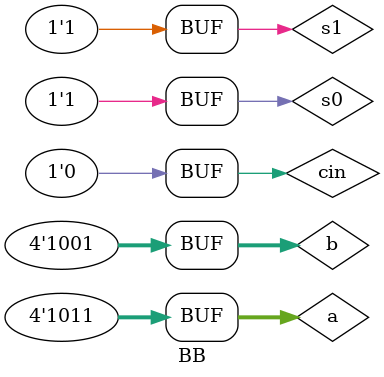
<source format=v>

`timescale 10ps / 1ps


module BB();


reg [3:0] a,b,f;
wire [3:0] y;

reg s0,s1,cin;

circuit c1 ( b[0] ,s0 ,s1 ,y[0] );
circuit c2 ( b[1] ,s0 ,s1 ,y[1] );
circuit c3 ( b[2] ,s0 ,s1 ,y[2] );
circuit c4 ( b[3] ,s0 ,s1 ,y[3] );

LACG ll( a ,y ,cin ,f ,carry );

initial
	begin
		
		a<=4'b1011;
		b<=4'b1001;
		
		s0<=0;s1<=0;cin<=0;
		#1;	
		s0<=0;s1<=1;cin<=0;
		#1;
		s0<=1;s1<=0;cin<=0;
		#1;
		s0<=1;s1<=1;cin<=0;
		#1;
		
	end




//}} End of automatically maintained section

// Enter your statements here //

endmodule

</source>
